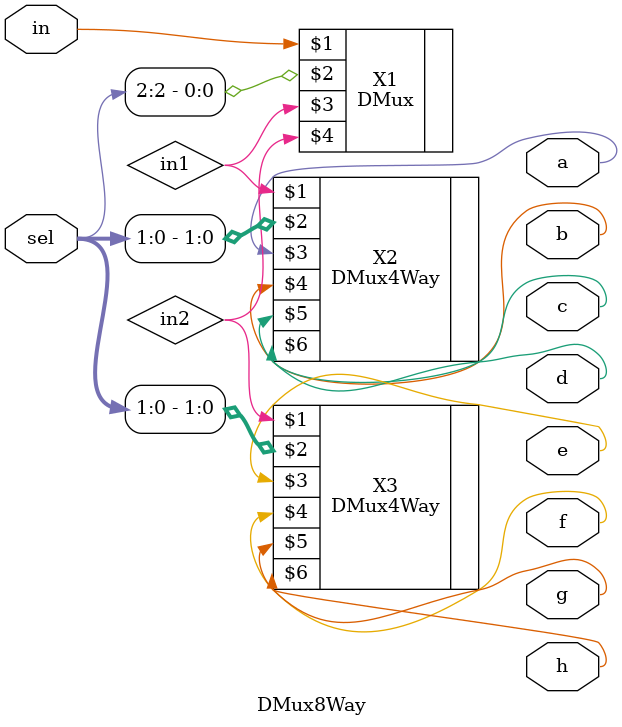
<source format=v>
`timescale 1ns / 1ps
module DMux8Way(input in,
    input [2:0] sel,
    output a,b,c,d,e,f,g,h);
    wire in1,in2;
    DMux X1(in,sel[2],in1,in2);
    DMux4Way X2(in1,sel[1:0],a,b,c,d);
    DMux4Way X3(in2,sel[1:0],e,f,g,h);
    
endmodule
</source>
